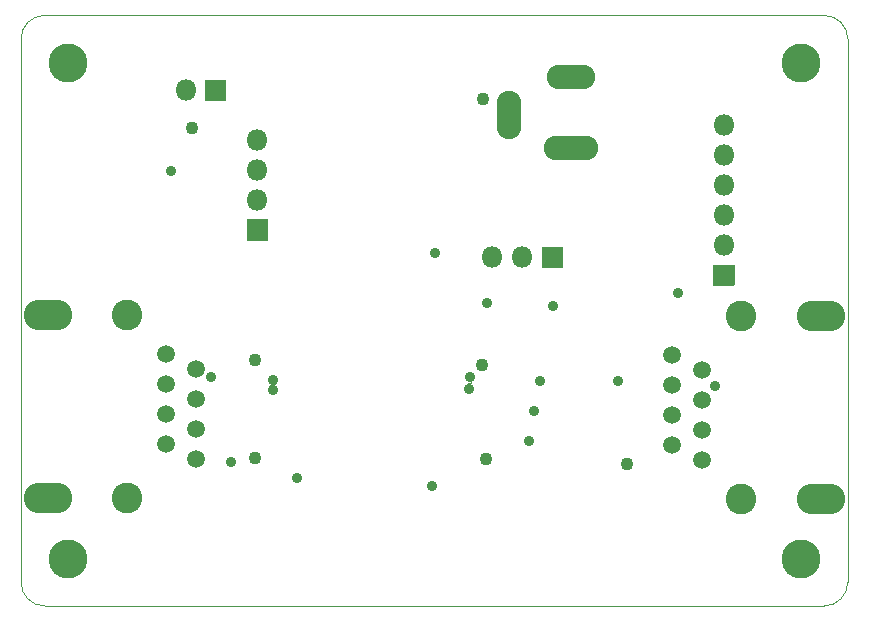
<source format=gbs>
G04 #@! TF.GenerationSoftware,KiCad,Pcbnew,5.1.12-84ad8e8a86~92~ubuntu20.04.1*
G04 #@! TF.CreationDate,2022-04-04T08:19:54+02:00*
G04 #@! TF.ProjectId,s88iso,73383869-736f-42e6-9b69-6361645f7063,2020/08*
G04 #@! TF.SameCoordinates,Original*
G04 #@! TF.FileFunction,Soldermask,Bot*
G04 #@! TF.FilePolarity,Negative*
%FSLAX46Y46*%
G04 Gerber Fmt 4.6, Leading zero omitted, Abs format (unit mm)*
G04 Created by KiCad (PCBNEW 5.1.12-84ad8e8a86~92~ubuntu20.04.1) date 2022-04-04 08:19:54*
%MOMM*%
%LPD*%
G01*
G04 APERTURE LIST*
G04 #@! TA.AperFunction,Profile*
%ADD10C,0.050000*%
G04 #@! TD*
%ADD11O,4.102000X2.602000*%
%ADD12C,1.502000*%
%ADD13C,2.602000*%
%ADD14O,1.802000X1.802000*%
%ADD15C,3.302000*%
%ADD16O,2.100980X4.102500*%
%ADD17O,4.102500X2.100980*%
%ADD18O,4.602880X2.100980*%
%ADD19C,0.902000*%
%ADD20C,1.102000*%
%ADD21C,0.100000*%
G04 APERTURE END LIST*
D10*
X100000000Y-128000000D02*
X100000000Y-82000000D01*
X168000000Y-130000000D02*
X102000000Y-130000000D01*
X170000000Y-82000000D02*
X170000000Y-128000000D01*
X168000000Y-80000000D02*
X102000000Y-80000000D01*
X100000000Y-82000000D02*
G75*
G02*
X102000000Y-80000000I2000000J0D01*
G01*
X168000000Y-80000000D02*
G75*
G02*
X170000000Y-82000000I0J-2000000D01*
G01*
X170000000Y-128000000D02*
G75*
G02*
X168000000Y-130000000I-2000000J0D01*
G01*
X102000000Y-130000000D02*
G75*
G02*
X100000000Y-128000000I0J2000000D01*
G01*
X100000000Y-128000000D02*
X100000000Y-82000000D01*
X168000000Y-130000000D02*
X102000000Y-130000000D01*
X170000000Y-82000000D02*
X170000000Y-128000000D01*
X168000000Y-80000000D02*
X102000000Y-80000000D01*
X100000000Y-82000000D02*
G75*
G02*
X102000000Y-80000000I2000000J0D01*
G01*
X168000000Y-80000000D02*
G75*
G02*
X170000000Y-82000000I0J-2000000D01*
G01*
X170000000Y-128000000D02*
G75*
G02*
X168000000Y-130000000I-2000000J0D01*
G01*
X102000000Y-130000000D02*
G75*
G02*
X100000000Y-128000000I0J2000000D01*
G01*
D11*
X167700000Y-120983200D03*
X167700000Y-105483200D03*
D12*
X157693200Y-115138200D03*
X157693200Y-117678200D03*
X155153200Y-116408200D03*
X155153200Y-113868200D03*
X157693200Y-112598200D03*
X155153200Y-111328200D03*
X157693200Y-110058200D03*
X155153200Y-108788200D03*
D13*
X160983200Y-120983200D03*
X160983200Y-105483200D03*
D14*
X139920000Y-100500000D03*
X142460000Y-100500000D03*
G36*
G01*
X144150000Y-99599000D02*
X145850000Y-99599000D01*
G75*
G02*
X145901000Y-99650000I0J-51000D01*
G01*
X145901000Y-101350000D01*
G75*
G02*
X145850000Y-101401000I-51000J0D01*
G01*
X144150000Y-101401000D01*
G75*
G02*
X144099000Y-101350000I0J51000D01*
G01*
X144099000Y-99650000D01*
G75*
G02*
X144150000Y-99599000I51000J0D01*
G01*
G37*
D13*
X108979000Y-120899000D03*
X108979000Y-105399000D03*
D12*
X114809000Y-117594000D03*
X112269000Y-116324000D03*
X114809000Y-115054000D03*
X112269000Y-113784000D03*
X114809000Y-112514000D03*
X114809000Y-109974000D03*
X112269000Y-108704000D03*
X112269000Y-111244000D03*
D11*
X102300000Y-120899000D03*
X102300000Y-105399000D03*
D15*
X166000000Y-126000000D03*
X166000000Y-84000000D03*
X104000000Y-126000000D03*
X104000000Y-84000000D03*
D14*
X120015000Y-90551000D03*
X120015000Y-93091000D03*
X120015000Y-95631000D03*
G36*
G01*
X120916000Y-97321000D02*
X120916000Y-99021000D01*
G75*
G02*
X120865000Y-99072000I-51000J0D01*
G01*
X119165000Y-99072000D01*
G75*
G02*
X119114000Y-99021000I0J51000D01*
G01*
X119114000Y-97321000D01*
G75*
G02*
X119165000Y-97270000I51000J0D01*
G01*
X120865000Y-97270000D01*
G75*
G02*
X120916000Y-97321000I0J-51000D01*
G01*
G37*
D16*
X141307820Y-88437720D03*
D17*
X146608800Y-85186520D03*
D18*
X146608800Y-91188540D03*
G36*
G01*
X160413000Y-101150000D02*
X160413000Y-102850000D01*
G75*
G02*
X160362000Y-102901000I-51000J0D01*
G01*
X158662000Y-102901000D01*
G75*
G02*
X158611000Y-102850000I0J51000D01*
G01*
X158611000Y-101150000D01*
G75*
G02*
X158662000Y-101099000I51000J0D01*
G01*
X160362000Y-101099000D01*
G75*
G02*
X160413000Y-101150000I0J-51000D01*
G01*
G37*
D14*
X159512000Y-99460000D03*
X159512000Y-96920000D03*
X159512000Y-94380000D03*
X159512000Y-91840000D03*
X159512000Y-89300000D03*
G36*
G01*
X115634400Y-85459000D02*
X117334400Y-85459000D01*
G75*
G02*
X117385400Y-85510000I0J-51000D01*
G01*
X117385400Y-87210000D01*
G75*
G02*
X117334400Y-87261000I-51000J0D01*
G01*
X115634400Y-87261000D01*
G75*
G02*
X115583400Y-87210000I0J51000D01*
G01*
X115583400Y-85510000D01*
G75*
G02*
X115634400Y-85459000I51000J0D01*
G01*
G37*
X113944400Y-86360000D03*
D19*
X139446000Y-104394000D03*
X145034000Y-104648000D03*
X134823200Y-119837200D03*
X112674400Y-93218000D03*
X135026400Y-100126800D03*
X158750000Y-111353600D03*
X137998200Y-110642400D03*
X137972800Y-111633000D03*
D20*
X139039600Y-109575600D03*
X151333200Y-118008400D03*
X114452400Y-89560400D03*
X139090400Y-87122000D03*
X139395200Y-117576600D03*
X119786400Y-117500400D03*
X119786400Y-109220000D03*
D19*
X121310400Y-111760000D03*
X121310400Y-110845600D03*
X123342400Y-119176800D03*
X150571200Y-110998000D03*
X143916400Y-110998000D03*
X143459200Y-113538000D03*
X155600400Y-103530400D03*
X143002000Y-116078000D03*
X116128800Y-110591600D03*
X117754400Y-117805200D03*
D21*
G36*
X121038178Y-111201103D02*
G01*
X121098747Y-111241573D01*
X121180064Y-111275256D01*
X121266393Y-111292428D01*
X121354407Y-111292428D01*
X121440736Y-111275256D01*
X121522053Y-111241573D01*
X121582622Y-111201103D01*
X121584618Y-111200972D01*
X121585729Y-111202635D01*
X121585002Y-111204312D01*
X121570963Y-111215833D01*
X121555668Y-111234470D01*
X121544303Y-111255734D01*
X121537303Y-111278809D01*
X121534940Y-111302800D01*
X121537303Y-111326791D01*
X121544303Y-111349866D01*
X121555668Y-111371130D01*
X121570963Y-111389767D01*
X121585002Y-111401288D01*
X121585706Y-111403160D01*
X121584438Y-111404706D01*
X121582622Y-111404497D01*
X121522053Y-111364027D01*
X121440736Y-111330344D01*
X121354407Y-111313172D01*
X121266393Y-111313172D01*
X121180064Y-111330344D01*
X121098747Y-111364027D01*
X121038178Y-111404497D01*
X121036182Y-111404628D01*
X121035071Y-111402965D01*
X121035798Y-111401288D01*
X121049837Y-111389767D01*
X121065132Y-111371130D01*
X121076497Y-111349866D01*
X121083497Y-111326791D01*
X121085860Y-111302800D01*
X121083497Y-111278809D01*
X121076497Y-111255734D01*
X121065132Y-111234470D01*
X121049837Y-111215833D01*
X121035798Y-111204312D01*
X121035094Y-111202440D01*
X121036362Y-111200894D01*
X121038178Y-111201103D01*
G37*
G36*
X137770292Y-111027512D02*
G01*
X137786547Y-111038373D01*
X137867864Y-111072056D01*
X137954193Y-111089228D01*
X138042207Y-111089228D01*
X138128536Y-111072056D01*
X138207187Y-111039478D01*
X138209170Y-111039739D01*
X138209935Y-111041587D01*
X138209063Y-111042989D01*
X138207758Y-111043861D01*
X138189043Y-111059220D01*
X138173748Y-111077857D01*
X138162383Y-111099120D01*
X138155383Y-111122195D01*
X138153020Y-111146187D01*
X138155383Y-111170178D01*
X138162383Y-111193253D01*
X138173748Y-111214516D01*
X138189044Y-111233153D01*
X138203088Y-111244679D01*
X138203792Y-111246551D01*
X138202523Y-111248097D01*
X138200708Y-111247888D01*
X138184453Y-111237027D01*
X138103136Y-111203344D01*
X138016807Y-111186172D01*
X137928793Y-111186172D01*
X137842464Y-111203344D01*
X137763813Y-111235922D01*
X137761830Y-111235661D01*
X137761065Y-111233813D01*
X137761937Y-111232411D01*
X137763242Y-111231539D01*
X137781957Y-111216180D01*
X137797252Y-111197543D01*
X137808617Y-111176280D01*
X137815617Y-111153205D01*
X137817980Y-111129213D01*
X137815617Y-111105222D01*
X137808617Y-111082147D01*
X137797252Y-111060884D01*
X137781956Y-111042247D01*
X137767912Y-111030721D01*
X137767208Y-111028849D01*
X137768477Y-111027303D01*
X137770292Y-111027512D01*
G37*
M02*

</source>
